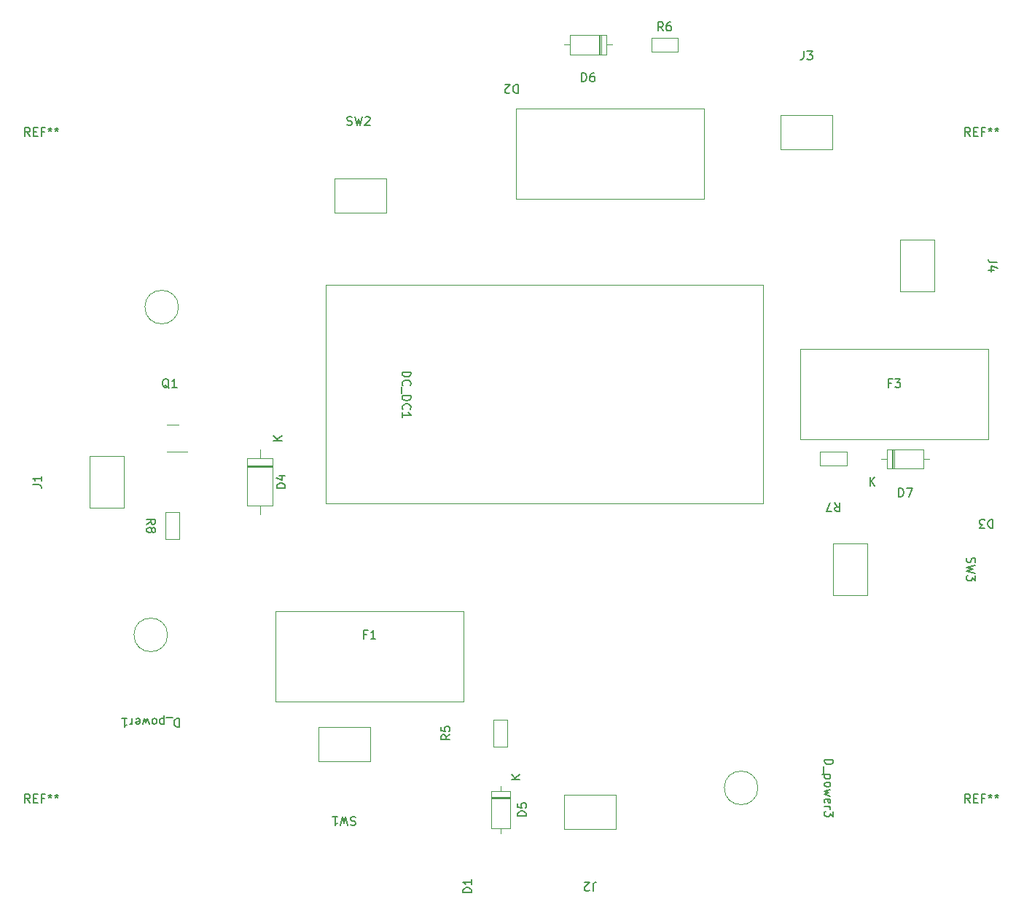
<source format=gbr>
%TF.GenerationSoftware,KiCad,Pcbnew,(6.0.0)*%
%TF.CreationDate,2023-03-29T15:00:35+03:00*%
%TF.ProjectId,shema,7368656d-612e-46b6-9963-61645f706362,rev?*%
%TF.SameCoordinates,Original*%
%TF.FileFunction,Legend,Top*%
%TF.FilePolarity,Positive*%
%FSLAX46Y46*%
G04 Gerber Fmt 4.6, Leading zero omitted, Abs format (unit mm)*
G04 Created by KiCad (PCBNEW (6.0.0)) date 2023-03-29 15:00:35*
%MOMM*%
%LPD*%
G01*
G04 APERTURE LIST*
%ADD10C,0.150000*%
%ADD11C,0.120000*%
G04 APERTURE END LIST*
D10*
%TO.C,SW2*%
X144716666Y-52474761D02*
X144859523Y-52522380D01*
X145097619Y-52522380D01*
X145192857Y-52474761D01*
X145240476Y-52427142D01*
X145288095Y-52331904D01*
X145288095Y-52236666D01*
X145240476Y-52141428D01*
X145192857Y-52093809D01*
X145097619Y-52046190D01*
X144907142Y-51998571D01*
X144811904Y-51950952D01*
X144764285Y-51903333D01*
X144716666Y-51808095D01*
X144716666Y-51712857D01*
X144764285Y-51617619D01*
X144811904Y-51570000D01*
X144907142Y-51522380D01*
X145145238Y-51522380D01*
X145288095Y-51570000D01*
X145621428Y-51522380D02*
X145859523Y-52522380D01*
X146050000Y-51808095D01*
X146240476Y-52522380D01*
X146478571Y-51522380D01*
X146811904Y-51617619D02*
X146859523Y-51570000D01*
X146954761Y-51522380D01*
X147192857Y-51522380D01*
X147288095Y-51570000D01*
X147335714Y-51617619D01*
X147383333Y-51712857D01*
X147383333Y-51808095D01*
X147335714Y-51950952D01*
X146764285Y-52522380D01*
X147383333Y-52522380D01*
%TO.C,F3*%
X207946666Y-82478571D02*
X207613333Y-82478571D01*
X207613333Y-83002380D02*
X207613333Y-82002380D01*
X208089523Y-82002380D01*
X208375238Y-82002380D02*
X208994285Y-82002380D01*
X208660952Y-82383333D01*
X208803809Y-82383333D01*
X208899047Y-82430952D01*
X208946666Y-82478571D01*
X208994285Y-82573809D01*
X208994285Y-82811904D01*
X208946666Y-82907142D01*
X208899047Y-82954761D01*
X208803809Y-83002380D01*
X208518095Y-83002380D01*
X208422857Y-82954761D01*
X208375238Y-82907142D01*
%TO.C,F1*%
X146986666Y-111688571D02*
X146653333Y-111688571D01*
X146653333Y-112212380D02*
X146653333Y-111212380D01*
X147129523Y-111212380D01*
X148034285Y-112212380D02*
X147462857Y-112212380D01*
X147748571Y-112212380D02*
X147748571Y-111212380D01*
X147653333Y-111355238D01*
X147558095Y-111450476D01*
X147462857Y-111498095D01*
%TO.C,R8*%
X121467619Y-98893333D02*
X121943809Y-98560000D01*
X121467619Y-98321904D02*
X122467619Y-98321904D01*
X122467619Y-98702857D01*
X122420000Y-98798095D01*
X122372380Y-98845714D01*
X122277142Y-98893333D01*
X122134285Y-98893333D01*
X122039047Y-98845714D01*
X121991428Y-98798095D01*
X121943809Y-98702857D01*
X121943809Y-98321904D01*
X122039047Y-99464761D02*
X122086666Y-99369523D01*
X122134285Y-99321904D01*
X122229523Y-99274285D01*
X122277142Y-99274285D01*
X122372380Y-99321904D01*
X122420000Y-99369523D01*
X122467619Y-99464761D01*
X122467619Y-99655238D01*
X122420000Y-99750476D01*
X122372380Y-99798095D01*
X122277142Y-99845714D01*
X122229523Y-99845714D01*
X122134285Y-99798095D01*
X122086666Y-99750476D01*
X122039047Y-99655238D01*
X122039047Y-99464761D01*
X121991428Y-99369523D01*
X121943809Y-99321904D01*
X121848571Y-99274285D01*
X121658095Y-99274285D01*
X121562857Y-99321904D01*
X121515238Y-99369523D01*
X121467619Y-99464761D01*
X121467619Y-99655238D01*
X121515238Y-99750476D01*
X121562857Y-99798095D01*
X121658095Y-99845714D01*
X121848571Y-99845714D01*
X121943809Y-99798095D01*
X121991428Y-99750476D01*
X122039047Y-99655238D01*
%TO.C,REF\u002A\u002A*%
X217106666Y-131262380D02*
X216773333Y-130786190D01*
X216535238Y-131262380D02*
X216535238Y-130262380D01*
X216916190Y-130262380D01*
X217011428Y-130310000D01*
X217059047Y-130357619D01*
X217106666Y-130452857D01*
X217106666Y-130595714D01*
X217059047Y-130690952D01*
X217011428Y-130738571D01*
X216916190Y-130786190D01*
X216535238Y-130786190D01*
X217535238Y-130738571D02*
X217868571Y-130738571D01*
X218011428Y-131262380D02*
X217535238Y-131262380D01*
X217535238Y-130262380D01*
X218011428Y-130262380D01*
X218773333Y-130738571D02*
X218440000Y-130738571D01*
X218440000Y-131262380D02*
X218440000Y-130262380D01*
X218916190Y-130262380D01*
X219440000Y-130262380D02*
X219440000Y-130500476D01*
X219201904Y-130405238D02*
X219440000Y-130500476D01*
X219678095Y-130405238D01*
X219297142Y-130690952D02*
X219440000Y-130500476D01*
X219582857Y-130690952D01*
X220201904Y-130262380D02*
X220201904Y-130500476D01*
X219963809Y-130405238D02*
X220201904Y-130500476D01*
X220440000Y-130405238D01*
X220059047Y-130690952D02*
X220201904Y-130500476D01*
X220344761Y-130690952D01*
X107886666Y-53792380D02*
X107553333Y-53316190D01*
X107315238Y-53792380D02*
X107315238Y-52792380D01*
X107696190Y-52792380D01*
X107791428Y-52840000D01*
X107839047Y-52887619D01*
X107886666Y-52982857D01*
X107886666Y-53125714D01*
X107839047Y-53220952D01*
X107791428Y-53268571D01*
X107696190Y-53316190D01*
X107315238Y-53316190D01*
X108315238Y-53268571D02*
X108648571Y-53268571D01*
X108791428Y-53792380D02*
X108315238Y-53792380D01*
X108315238Y-52792380D01*
X108791428Y-52792380D01*
X109553333Y-53268571D02*
X109220000Y-53268571D01*
X109220000Y-53792380D02*
X109220000Y-52792380D01*
X109696190Y-52792380D01*
X110220000Y-52792380D02*
X110220000Y-53030476D01*
X109981904Y-52935238D02*
X110220000Y-53030476D01*
X110458095Y-52935238D01*
X110077142Y-53220952D02*
X110220000Y-53030476D01*
X110362857Y-53220952D01*
X110981904Y-52792380D02*
X110981904Y-53030476D01*
X110743809Y-52935238D02*
X110981904Y-53030476D01*
X111220000Y-52935238D01*
X110839047Y-53220952D02*
X110981904Y-53030476D01*
X111124761Y-53220952D01*
X107886666Y-131262380D02*
X107553333Y-130786190D01*
X107315238Y-131262380D02*
X107315238Y-130262380D01*
X107696190Y-130262380D01*
X107791428Y-130310000D01*
X107839047Y-130357619D01*
X107886666Y-130452857D01*
X107886666Y-130595714D01*
X107839047Y-130690952D01*
X107791428Y-130738571D01*
X107696190Y-130786190D01*
X107315238Y-130786190D01*
X108315238Y-130738571D02*
X108648571Y-130738571D01*
X108791428Y-131262380D02*
X108315238Y-131262380D01*
X108315238Y-130262380D01*
X108791428Y-130262380D01*
X109553333Y-130738571D02*
X109220000Y-130738571D01*
X109220000Y-131262380D02*
X109220000Y-130262380D01*
X109696190Y-130262380D01*
X110220000Y-130262380D02*
X110220000Y-130500476D01*
X109981904Y-130405238D02*
X110220000Y-130500476D01*
X110458095Y-130405238D01*
X110077142Y-130690952D02*
X110220000Y-130500476D01*
X110362857Y-130690952D01*
X110981904Y-130262380D02*
X110981904Y-130500476D01*
X110743809Y-130405238D02*
X110981904Y-130500476D01*
X111220000Y-130405238D01*
X110839047Y-130690952D02*
X110981904Y-130500476D01*
X111124761Y-130690952D01*
X217106666Y-53792380D02*
X216773333Y-53316190D01*
X216535238Y-53792380D02*
X216535238Y-52792380D01*
X216916190Y-52792380D01*
X217011428Y-52840000D01*
X217059047Y-52887619D01*
X217106666Y-52982857D01*
X217106666Y-53125714D01*
X217059047Y-53220952D01*
X217011428Y-53268571D01*
X216916190Y-53316190D01*
X216535238Y-53316190D01*
X217535238Y-53268571D02*
X217868571Y-53268571D01*
X218011428Y-53792380D02*
X217535238Y-53792380D01*
X217535238Y-52792380D01*
X218011428Y-52792380D01*
X218773333Y-53268571D02*
X218440000Y-53268571D01*
X218440000Y-53792380D02*
X218440000Y-52792380D01*
X218916190Y-52792380D01*
X219440000Y-52792380D02*
X219440000Y-53030476D01*
X219201904Y-52935238D02*
X219440000Y-53030476D01*
X219678095Y-52935238D01*
X219297142Y-53220952D02*
X219440000Y-53030476D01*
X219582857Y-53220952D01*
X220201904Y-52792380D02*
X220201904Y-53030476D01*
X219963809Y-52935238D02*
X220201904Y-53030476D01*
X220440000Y-52935238D01*
X220059047Y-53220952D02*
X220201904Y-53030476D01*
X220344761Y-53220952D01*
%TO.C,SW3*%
X216765238Y-102806666D02*
X216717619Y-102949523D01*
X216717619Y-103187619D01*
X216765238Y-103282857D01*
X216812857Y-103330476D01*
X216908095Y-103378095D01*
X217003333Y-103378095D01*
X217098571Y-103330476D01*
X217146190Y-103282857D01*
X217193809Y-103187619D01*
X217241428Y-102997142D01*
X217289047Y-102901904D01*
X217336666Y-102854285D01*
X217431904Y-102806666D01*
X217527142Y-102806666D01*
X217622380Y-102854285D01*
X217670000Y-102901904D01*
X217717619Y-102997142D01*
X217717619Y-103235238D01*
X217670000Y-103378095D01*
X217717619Y-103711428D02*
X216717619Y-103949523D01*
X217431904Y-104140000D01*
X216717619Y-104330476D01*
X217717619Y-104568571D01*
X217717619Y-104854285D02*
X217717619Y-105473333D01*
X217336666Y-105140000D01*
X217336666Y-105282857D01*
X217289047Y-105378095D01*
X217241428Y-105425714D01*
X217146190Y-105473333D01*
X216908095Y-105473333D01*
X216812857Y-105425714D01*
X216765238Y-105378095D01*
X216717619Y-105282857D01*
X216717619Y-104997142D01*
X216765238Y-104901904D01*
X216812857Y-104854285D01*
%TO.C,R5*%
X156662380Y-123356666D02*
X156186190Y-123690000D01*
X156662380Y-123928095D02*
X155662380Y-123928095D01*
X155662380Y-123547142D01*
X155710000Y-123451904D01*
X155757619Y-123404285D01*
X155852857Y-123356666D01*
X155995714Y-123356666D01*
X156090952Y-123404285D01*
X156138571Y-123451904D01*
X156186190Y-123547142D01*
X156186190Y-123928095D01*
X155662380Y-122451904D02*
X155662380Y-122928095D01*
X156138571Y-122975714D01*
X156090952Y-122928095D01*
X156043333Y-122832857D01*
X156043333Y-122594761D01*
X156090952Y-122499523D01*
X156138571Y-122451904D01*
X156233809Y-122404285D01*
X156471904Y-122404285D01*
X156567142Y-122451904D01*
X156614761Y-122499523D01*
X156662380Y-122594761D01*
X156662380Y-122832857D01*
X156614761Y-122928095D01*
X156567142Y-122975714D01*
%TO.C,J1*%
X108212380Y-94313333D02*
X108926666Y-94313333D01*
X109069523Y-94360952D01*
X109164761Y-94456190D01*
X109212380Y-94599047D01*
X109212380Y-94694285D01*
X109212380Y-93313333D02*
X109212380Y-93884761D01*
X109212380Y-93599047D02*
X108212380Y-93599047D01*
X108355238Y-93694285D01*
X108450476Y-93789523D01*
X108498095Y-93884761D01*
%TO.C,Q1*%
X124039761Y-83097619D02*
X123944523Y-83050000D01*
X123849285Y-82954761D01*
X123706428Y-82811904D01*
X123611190Y-82764285D01*
X123515952Y-82764285D01*
X123563571Y-83002380D02*
X123468333Y-82954761D01*
X123373095Y-82859523D01*
X123325476Y-82669047D01*
X123325476Y-82335714D01*
X123373095Y-82145238D01*
X123468333Y-82050000D01*
X123563571Y-82002380D01*
X123754047Y-82002380D01*
X123849285Y-82050000D01*
X123944523Y-82145238D01*
X123992142Y-82335714D01*
X123992142Y-82669047D01*
X123944523Y-82859523D01*
X123849285Y-82954761D01*
X123754047Y-83002380D01*
X123563571Y-83002380D01*
X124944523Y-83002380D02*
X124373095Y-83002380D01*
X124658809Y-83002380D02*
X124658809Y-82002380D01*
X124563571Y-82145238D01*
X124468333Y-82240476D01*
X124373095Y-82288095D01*
%TO.C,R7*%
X201386666Y-96387619D02*
X201720000Y-96863809D01*
X201958095Y-96387619D02*
X201958095Y-97387619D01*
X201577142Y-97387619D01*
X201481904Y-97340000D01*
X201434285Y-97292380D01*
X201386666Y-97197142D01*
X201386666Y-97054285D01*
X201434285Y-96959047D01*
X201481904Y-96911428D01*
X201577142Y-96863809D01*
X201958095Y-96863809D01*
X201053333Y-97387619D02*
X200386666Y-97387619D01*
X200815238Y-96387619D01*
%TO.C,D_power3*%
X200207619Y-126254285D02*
X201207619Y-126254285D01*
X201207619Y-126492380D01*
X201160000Y-126635238D01*
X201064761Y-126730476D01*
X200969523Y-126778095D01*
X200779047Y-126825714D01*
X200636190Y-126825714D01*
X200445714Y-126778095D01*
X200350476Y-126730476D01*
X200255238Y-126635238D01*
X200207619Y-126492380D01*
X200207619Y-126254285D01*
X200112380Y-127016190D02*
X200112380Y-127778095D01*
X200874285Y-128016190D02*
X199874285Y-128016190D01*
X200826666Y-128016190D02*
X200874285Y-128111428D01*
X200874285Y-128301904D01*
X200826666Y-128397142D01*
X200779047Y-128444761D01*
X200683809Y-128492380D01*
X200398095Y-128492380D01*
X200302857Y-128444761D01*
X200255238Y-128397142D01*
X200207619Y-128301904D01*
X200207619Y-128111428D01*
X200255238Y-128016190D01*
X200207619Y-129063809D02*
X200255238Y-128968571D01*
X200302857Y-128920952D01*
X200398095Y-128873333D01*
X200683809Y-128873333D01*
X200779047Y-128920952D01*
X200826666Y-128968571D01*
X200874285Y-129063809D01*
X200874285Y-129206666D01*
X200826666Y-129301904D01*
X200779047Y-129349523D01*
X200683809Y-129397142D01*
X200398095Y-129397142D01*
X200302857Y-129349523D01*
X200255238Y-129301904D01*
X200207619Y-129206666D01*
X200207619Y-129063809D01*
X200874285Y-129730476D02*
X200207619Y-129920952D01*
X200683809Y-130111428D01*
X200207619Y-130301904D01*
X200874285Y-130492380D01*
X200255238Y-131254285D02*
X200207619Y-131159047D01*
X200207619Y-130968571D01*
X200255238Y-130873333D01*
X200350476Y-130825714D01*
X200731428Y-130825714D01*
X200826666Y-130873333D01*
X200874285Y-130968571D01*
X200874285Y-131159047D01*
X200826666Y-131254285D01*
X200731428Y-131301904D01*
X200636190Y-131301904D01*
X200540952Y-130825714D01*
X200207619Y-131730476D02*
X200874285Y-131730476D01*
X200683809Y-131730476D02*
X200779047Y-131778095D01*
X200826666Y-131825714D01*
X200874285Y-131920952D01*
X200874285Y-132016190D01*
X201207619Y-132254285D02*
X201207619Y-132873333D01*
X200826666Y-132540000D01*
X200826666Y-132682857D01*
X200779047Y-132778095D01*
X200731428Y-132825714D01*
X200636190Y-132873333D01*
X200398095Y-132873333D01*
X200302857Y-132825714D01*
X200255238Y-132778095D01*
X200207619Y-132682857D01*
X200207619Y-132397142D01*
X200255238Y-132301904D01*
X200302857Y-132254285D01*
%TO.C,D7*%
X208811904Y-95702380D02*
X208811904Y-94702380D01*
X209050000Y-94702380D01*
X209192857Y-94750000D01*
X209288095Y-94845238D01*
X209335714Y-94940476D01*
X209383333Y-95130952D01*
X209383333Y-95273809D01*
X209335714Y-95464285D01*
X209288095Y-95559523D01*
X209192857Y-95654761D01*
X209050000Y-95702380D01*
X208811904Y-95702380D01*
X209716666Y-94702380D02*
X210383333Y-94702380D01*
X209954761Y-95702380D01*
X205478095Y-94432380D02*
X205478095Y-93432380D01*
X206049523Y-94432380D02*
X205620952Y-93860952D01*
X206049523Y-93432380D02*
X205478095Y-94003809D01*
%TO.C,D_power1*%
X125205714Y-121467619D02*
X125205714Y-122467619D01*
X124967619Y-122467619D01*
X124824761Y-122420000D01*
X124729523Y-122324761D01*
X124681904Y-122229523D01*
X124634285Y-122039047D01*
X124634285Y-121896190D01*
X124681904Y-121705714D01*
X124729523Y-121610476D01*
X124824761Y-121515238D01*
X124967619Y-121467619D01*
X125205714Y-121467619D01*
X124443809Y-121372380D02*
X123681904Y-121372380D01*
X123443809Y-122134285D02*
X123443809Y-121134285D01*
X123443809Y-122086666D02*
X123348571Y-122134285D01*
X123158095Y-122134285D01*
X123062857Y-122086666D01*
X123015238Y-122039047D01*
X122967619Y-121943809D01*
X122967619Y-121658095D01*
X123015238Y-121562857D01*
X123062857Y-121515238D01*
X123158095Y-121467619D01*
X123348571Y-121467619D01*
X123443809Y-121515238D01*
X122396190Y-121467619D02*
X122491428Y-121515238D01*
X122539047Y-121562857D01*
X122586666Y-121658095D01*
X122586666Y-121943809D01*
X122539047Y-122039047D01*
X122491428Y-122086666D01*
X122396190Y-122134285D01*
X122253333Y-122134285D01*
X122158095Y-122086666D01*
X122110476Y-122039047D01*
X122062857Y-121943809D01*
X122062857Y-121658095D01*
X122110476Y-121562857D01*
X122158095Y-121515238D01*
X122253333Y-121467619D01*
X122396190Y-121467619D01*
X121729523Y-122134285D02*
X121539047Y-121467619D01*
X121348571Y-121943809D01*
X121158095Y-121467619D01*
X120967619Y-122134285D01*
X120205714Y-121515238D02*
X120300952Y-121467619D01*
X120491428Y-121467619D01*
X120586666Y-121515238D01*
X120634285Y-121610476D01*
X120634285Y-121991428D01*
X120586666Y-122086666D01*
X120491428Y-122134285D01*
X120300952Y-122134285D01*
X120205714Y-122086666D01*
X120158095Y-121991428D01*
X120158095Y-121896190D01*
X120634285Y-121800952D01*
X119729523Y-121467619D02*
X119729523Y-122134285D01*
X119729523Y-121943809D02*
X119681904Y-122039047D01*
X119634285Y-122086666D01*
X119539047Y-122134285D01*
X119443809Y-122134285D01*
X118586666Y-121467619D02*
X119158095Y-121467619D01*
X118872380Y-121467619D02*
X118872380Y-122467619D01*
X118967619Y-122324761D01*
X119062857Y-122229523D01*
X119158095Y-122181904D01*
%TO.C,J3*%
X197786664Y-43902380D02*
X197786664Y-44616666D01*
X197739045Y-44759523D01*
X197643807Y-44854761D01*
X197500950Y-44902380D01*
X197405712Y-44902380D01*
X198167617Y-43902380D02*
X198786664Y-43902380D01*
X198453331Y-44283333D01*
X198596188Y-44283333D01*
X198691426Y-44330952D01*
X198739045Y-44378571D01*
X198786664Y-44473809D01*
X198786664Y-44711904D01*
X198739045Y-44807142D01*
X198691426Y-44854761D01*
X198596188Y-44902380D01*
X198310474Y-44902380D01*
X198215236Y-44854761D01*
X198167617Y-44807142D01*
%TO.C,D5*%
X165552380Y-132818095D02*
X164552380Y-132818095D01*
X164552380Y-132580000D01*
X164600000Y-132437142D01*
X164695238Y-132341904D01*
X164790476Y-132294285D01*
X164980952Y-132246666D01*
X165123809Y-132246666D01*
X165314285Y-132294285D01*
X165409523Y-132341904D01*
X165504761Y-132437142D01*
X165552380Y-132580000D01*
X165552380Y-132818095D01*
X164552380Y-131341904D02*
X164552380Y-131818095D01*
X165028571Y-131865714D01*
X164980952Y-131818095D01*
X164933333Y-131722857D01*
X164933333Y-131484761D01*
X164980952Y-131389523D01*
X165028571Y-131341904D01*
X165123809Y-131294285D01*
X165361904Y-131294285D01*
X165457142Y-131341904D01*
X165504761Y-131389523D01*
X165552380Y-131484761D01*
X165552380Y-131722857D01*
X165504761Y-131818095D01*
X165457142Y-131865714D01*
X164812380Y-128531904D02*
X163812380Y-128531904D01*
X164812380Y-127960476D02*
X164240952Y-128389047D01*
X163812380Y-127960476D02*
X164383809Y-128531904D01*
%TO.C,J4*%
X220257619Y-68486666D02*
X219543333Y-68486666D01*
X219400476Y-68439047D01*
X219305238Y-68343809D01*
X219257619Y-68200952D01*
X219257619Y-68105714D01*
X219924285Y-69391428D02*
X219257619Y-69391428D01*
X220305238Y-69153333D02*
X219590952Y-68915238D01*
X219590952Y-69534285D01*
%TO.C,J2*%
X173293333Y-141517619D02*
X173293333Y-140803333D01*
X173340952Y-140660476D01*
X173436190Y-140565238D01*
X173579047Y-140517619D01*
X173674285Y-140517619D01*
X172864761Y-141422380D02*
X172817142Y-141470000D01*
X172721904Y-141517619D01*
X172483809Y-141517619D01*
X172388571Y-141470000D01*
X172340952Y-141422380D01*
X172293333Y-141327142D01*
X172293333Y-141231904D01*
X172340952Y-141089047D01*
X172912380Y-140517619D01*
X172293333Y-140517619D01*
%TO.C,SW1*%
X145713333Y-132945238D02*
X145570476Y-132897619D01*
X145332380Y-132897619D01*
X145237142Y-132945238D01*
X145189523Y-132992857D01*
X145141904Y-133088095D01*
X145141904Y-133183333D01*
X145189523Y-133278571D01*
X145237142Y-133326190D01*
X145332380Y-133373809D01*
X145522857Y-133421428D01*
X145618095Y-133469047D01*
X145665714Y-133516666D01*
X145713333Y-133611904D01*
X145713333Y-133707142D01*
X145665714Y-133802380D01*
X145618095Y-133850000D01*
X145522857Y-133897619D01*
X145284761Y-133897619D01*
X145141904Y-133850000D01*
X144808571Y-133897619D02*
X144570476Y-132897619D01*
X144380000Y-133611904D01*
X144189523Y-132897619D01*
X143951428Y-133897619D01*
X143046666Y-132897619D02*
X143618095Y-132897619D01*
X143332380Y-132897619D02*
X143332380Y-133897619D01*
X143427619Y-133754761D01*
X143522857Y-133659523D01*
X143618095Y-133611904D01*
%TO.C,D1*%
X159202380Y-141708095D02*
X158202380Y-141708095D01*
X158202380Y-141470000D01*
X158250000Y-141327142D01*
X158345238Y-141231904D01*
X158440476Y-141184285D01*
X158630952Y-141136666D01*
X158773809Y-141136666D01*
X158964285Y-141184285D01*
X159059523Y-141231904D01*
X159154761Y-141327142D01*
X159202380Y-141470000D01*
X159202380Y-141708095D01*
X159202380Y-140184285D02*
X159202380Y-140755714D01*
X159202380Y-140470000D02*
X158202380Y-140470000D01*
X158345238Y-140565238D01*
X158440476Y-140660476D01*
X158488095Y-140755714D01*
%TO.C,DC_DC1*%
X151137619Y-81200952D02*
X152137619Y-81200952D01*
X152137619Y-81439047D01*
X152090000Y-81581904D01*
X151994761Y-81677142D01*
X151899523Y-81724761D01*
X151709047Y-81772380D01*
X151566190Y-81772380D01*
X151375714Y-81724761D01*
X151280476Y-81677142D01*
X151185238Y-81581904D01*
X151137619Y-81439047D01*
X151137619Y-81200952D01*
X151232857Y-82772380D02*
X151185238Y-82724761D01*
X151137619Y-82581904D01*
X151137619Y-82486666D01*
X151185238Y-82343809D01*
X151280476Y-82248571D01*
X151375714Y-82200952D01*
X151566190Y-82153333D01*
X151709047Y-82153333D01*
X151899523Y-82200952D01*
X151994761Y-82248571D01*
X152090000Y-82343809D01*
X152137619Y-82486666D01*
X152137619Y-82581904D01*
X152090000Y-82724761D01*
X152042380Y-82772380D01*
X151042380Y-82962857D02*
X151042380Y-83724761D01*
X151137619Y-83962857D02*
X152137619Y-83962857D01*
X152137619Y-84200952D01*
X152090000Y-84343809D01*
X151994761Y-84439047D01*
X151899523Y-84486666D01*
X151709047Y-84534285D01*
X151566190Y-84534285D01*
X151375714Y-84486666D01*
X151280476Y-84439047D01*
X151185238Y-84343809D01*
X151137619Y-84200952D01*
X151137619Y-83962857D01*
X151232857Y-85534285D02*
X151185238Y-85486666D01*
X151137619Y-85343809D01*
X151137619Y-85248571D01*
X151185238Y-85105714D01*
X151280476Y-85010476D01*
X151375714Y-84962857D01*
X151566190Y-84915238D01*
X151709047Y-84915238D01*
X151899523Y-84962857D01*
X151994761Y-85010476D01*
X152090000Y-85105714D01*
X152137619Y-85248571D01*
X152137619Y-85343809D01*
X152090000Y-85486666D01*
X152042380Y-85534285D01*
X151137619Y-86486666D02*
X151137619Y-85915238D01*
X151137619Y-86200952D02*
X152137619Y-86200952D01*
X151994761Y-86105714D01*
X151899523Y-86010476D01*
X151851904Y-85915238D01*
%TO.C,R6*%
X181443333Y-41552380D02*
X181110000Y-41076190D01*
X180871904Y-41552380D02*
X180871904Y-40552380D01*
X181252857Y-40552380D01*
X181348095Y-40600000D01*
X181395714Y-40647619D01*
X181443333Y-40742857D01*
X181443333Y-40885714D01*
X181395714Y-40980952D01*
X181348095Y-41028571D01*
X181252857Y-41076190D01*
X180871904Y-41076190D01*
X182300476Y-40552380D02*
X182110000Y-40552380D01*
X182014761Y-40600000D01*
X181967142Y-40647619D01*
X181871904Y-40790476D01*
X181824285Y-40980952D01*
X181824285Y-41361904D01*
X181871904Y-41457142D01*
X181919523Y-41504761D01*
X182014761Y-41552380D01*
X182205238Y-41552380D01*
X182300476Y-41504761D01*
X182348095Y-41457142D01*
X182395714Y-41361904D01*
X182395714Y-41123809D01*
X182348095Y-41028571D01*
X182300476Y-40980952D01*
X182205238Y-40933333D01*
X182014761Y-40933333D01*
X181919523Y-40980952D01*
X181871904Y-41028571D01*
X181824285Y-41123809D01*
%TO.C,D6*%
X171981904Y-47442380D02*
X171981904Y-46442380D01*
X172220000Y-46442380D01*
X172362857Y-46490000D01*
X172458095Y-46585238D01*
X172505714Y-46680476D01*
X172553333Y-46870952D01*
X172553333Y-47013809D01*
X172505714Y-47204285D01*
X172458095Y-47299523D01*
X172362857Y-47394761D01*
X172220000Y-47442380D01*
X171981904Y-47442380D01*
X173410476Y-46442380D02*
X173220000Y-46442380D01*
X173124761Y-46490000D01*
X173077142Y-46537619D01*
X172981904Y-46680476D01*
X172934285Y-46870952D01*
X172934285Y-47251904D01*
X172981904Y-47347142D01*
X173029523Y-47394761D01*
X173124761Y-47442380D01*
X173315238Y-47442380D01*
X173410476Y-47394761D01*
X173458095Y-47347142D01*
X173505714Y-47251904D01*
X173505714Y-47013809D01*
X173458095Y-46918571D01*
X173410476Y-46870952D01*
X173315238Y-46823333D01*
X173124761Y-46823333D01*
X173029523Y-46870952D01*
X172981904Y-46918571D01*
X172934285Y-47013809D01*
%TO.C,D4*%
X137542380Y-94718095D02*
X136542380Y-94718095D01*
X136542380Y-94480000D01*
X136590000Y-94337142D01*
X136685238Y-94241904D01*
X136780476Y-94194285D01*
X136970952Y-94146666D01*
X137113809Y-94146666D01*
X137304285Y-94194285D01*
X137399523Y-94241904D01*
X137494761Y-94337142D01*
X137542380Y-94480000D01*
X137542380Y-94718095D01*
X136875714Y-93289523D02*
X137542380Y-93289523D01*
X136494761Y-93527619D02*
X137209047Y-93765714D01*
X137209047Y-93146666D01*
X137172380Y-89161904D02*
X136172380Y-89161904D01*
X137172380Y-88590476D02*
X136600952Y-89019047D01*
X136172380Y-88590476D02*
X136743809Y-89161904D01*
%TO.C,D2*%
X164568095Y-47807619D02*
X164568095Y-48807619D01*
X164330000Y-48807619D01*
X164187142Y-48760000D01*
X164091904Y-48664761D01*
X164044285Y-48569523D01*
X163996666Y-48379047D01*
X163996666Y-48236190D01*
X164044285Y-48045714D01*
X164091904Y-47950476D01*
X164187142Y-47855238D01*
X164330000Y-47807619D01*
X164568095Y-47807619D01*
X163615714Y-48712380D02*
X163568095Y-48760000D01*
X163472857Y-48807619D01*
X163234761Y-48807619D01*
X163139523Y-48760000D01*
X163091904Y-48712380D01*
X163044285Y-48617142D01*
X163044285Y-48521904D01*
X163091904Y-48379047D01*
X163663333Y-47807619D01*
X163044285Y-47807619D01*
%TO.C,D3*%
X219738095Y-98347619D02*
X219738095Y-99347619D01*
X219500000Y-99347619D01*
X219357142Y-99300000D01*
X219261904Y-99204761D01*
X219214285Y-99109523D01*
X219166666Y-98919047D01*
X219166666Y-98776190D01*
X219214285Y-98585714D01*
X219261904Y-98490476D01*
X219357142Y-98395238D01*
X219500000Y-98347619D01*
X219738095Y-98347619D01*
X218833333Y-99347619D02*
X218214285Y-99347619D01*
X218547619Y-98966666D01*
X218404761Y-98966666D01*
X218309523Y-98919047D01*
X218261904Y-98871428D01*
X218214285Y-98776190D01*
X218214285Y-98538095D01*
X218261904Y-98442857D01*
X218309523Y-98395238D01*
X218404761Y-98347619D01*
X218690476Y-98347619D01*
X218785714Y-98395238D01*
X218833333Y-98442857D01*
D11*
%TO.C,SW2*%
X143271428Y-58720000D02*
X149271428Y-58720000D01*
X149271428Y-58720000D02*
X149271428Y-62720000D01*
X149271428Y-62720000D02*
X143271428Y-62720000D01*
X143271428Y-62720000D02*
X143271428Y-58720000D01*
%TO.C,F3*%
X219230000Y-89070000D02*
X197330000Y-89070000D01*
X197330000Y-89070000D02*
X197330000Y-78570000D01*
X197330000Y-78570000D02*
X219230000Y-78570000D01*
X219230000Y-78570000D02*
X219230000Y-89070000D01*
%TO.C,F2*%
X164310000Y-50630000D02*
X186210000Y-50630000D01*
X186210000Y-50630000D02*
X186210000Y-61130000D01*
X186210000Y-61130000D02*
X164310000Y-61130000D01*
X164310000Y-61130000D02*
X164310000Y-50630000D01*
%TO.C,F1*%
X136370000Y-109050000D02*
X158270000Y-109050000D01*
X158270000Y-109050000D02*
X158270000Y-119550000D01*
X158270000Y-119550000D02*
X136370000Y-119550000D01*
X136370000Y-119550000D02*
X136370000Y-109050000D01*
%TO.C,R8*%
X125260000Y-97510000D02*
X123660000Y-97510000D01*
X123660000Y-97510000D02*
X123660000Y-100610000D01*
X123660000Y-100610000D02*
X125260000Y-100610000D01*
X125260000Y-100610000D02*
X125260000Y-97510000D01*
%TO.C,SW3*%
X201200000Y-107140000D02*
X205200000Y-107140000D01*
X205200000Y-107140000D02*
X205200000Y-101140000D01*
X205200000Y-101140000D02*
X201200000Y-101140000D01*
X201200000Y-101140000D02*
X201200000Y-107140000D01*
%TO.C,R5*%
X161760000Y-124740000D02*
X163360000Y-124740000D01*
X163360000Y-124740000D02*
X163360000Y-121640000D01*
X163360000Y-121640000D02*
X161760000Y-121640000D01*
X161760000Y-121640000D02*
X161760000Y-124740000D01*
%TO.C,J1*%
X114840000Y-96980000D02*
X118840000Y-96980000D01*
X118840000Y-96980000D02*
X118840000Y-90980000D01*
X118840000Y-90980000D02*
X114840000Y-90980000D01*
X114840000Y-90980000D02*
X114840000Y-96980000D01*
%TO.C,Q1*%
X124460000Y-87340000D02*
X123810000Y-87340000D01*
X124460000Y-90460000D02*
X123810000Y-90460000D01*
X124460000Y-87340000D02*
X125110000Y-87340000D01*
X124460000Y-90460000D02*
X126135000Y-90460000D01*
%TO.C,R7*%
X202770000Y-92100000D02*
X199670000Y-92100000D01*
X199670000Y-92100000D02*
X199670000Y-90500000D01*
X199670000Y-90500000D02*
X202770000Y-90500000D01*
X202770000Y-90500000D02*
X202770000Y-92100000D01*
%TO.C,D_power3*%
X192450000Y-129540000D02*
G75*
G03*
X192450000Y-129540000I-1950000J0D01*
G01*
%TO.C,D7*%
X211670000Y-90180000D02*
X207430000Y-90180000D01*
X207430000Y-92420000D02*
X211670000Y-92420000D01*
X208030000Y-90180000D02*
X208030000Y-92420000D01*
X212320000Y-91300000D02*
X211670000Y-91300000D01*
X207430000Y-90180000D02*
X207430000Y-92420000D01*
X208270000Y-90180000D02*
X208270000Y-92420000D01*
X206780000Y-91300000D02*
X207430000Y-91300000D01*
X211670000Y-92420000D02*
X211670000Y-90180000D01*
X208150000Y-90180000D02*
X208150000Y-92420000D01*
%TO.C,D_power1*%
X123870000Y-111760000D02*
G75*
G03*
X123870000Y-111760000I-1950000J0D01*
G01*
%TO.C,J3*%
X195120000Y-51340000D02*
X201120000Y-51340000D01*
X201120000Y-51340000D02*
X201120000Y-55340000D01*
X201120000Y-55340000D02*
X195120000Y-55340000D01*
X195120000Y-55340000D02*
X195120000Y-51340000D01*
%TO.C,D5*%
X162560000Y-129310000D02*
X162560000Y-129960000D01*
X163680000Y-130800000D02*
X161440000Y-130800000D01*
X163680000Y-130560000D02*
X161440000Y-130560000D01*
X161440000Y-134200000D02*
X163680000Y-134200000D01*
X161440000Y-129960000D02*
X161440000Y-134200000D01*
X163680000Y-130680000D02*
X161440000Y-130680000D01*
X163680000Y-129960000D02*
X161440000Y-129960000D01*
X162560000Y-134850000D02*
X162560000Y-134200000D01*
X163680000Y-134200000D02*
X163680000Y-129960000D01*
%TO.C,J4*%
X208940000Y-71820000D02*
X212940000Y-71820000D01*
X212940000Y-71820000D02*
X212940000Y-65820000D01*
X212940000Y-65820000D02*
X208940000Y-65820000D01*
X208940000Y-65820000D02*
X208940000Y-71820000D01*
%TO.C,J2*%
X169960000Y-130320000D02*
X175960000Y-130320000D01*
X175960000Y-130320000D02*
X175960000Y-134320000D01*
X175960000Y-134320000D02*
X169960000Y-134320000D01*
X169960000Y-134320000D02*
X169960000Y-130320000D01*
%TO.C,SW1*%
X141380000Y-122460000D02*
X147380000Y-122460000D01*
X147380000Y-122460000D02*
X147380000Y-126460000D01*
X147380000Y-126460000D02*
X141380000Y-126460000D01*
X141380000Y-126460000D02*
X141380000Y-122460000D01*
%TO.C,DC_DC1*%
X193040000Y-96520000D02*
X142240000Y-96520000D01*
X193040000Y-96520000D02*
X193040000Y-71120000D01*
X142240000Y-96520000D02*
X142240000Y-71120000D01*
X193040000Y-71120000D02*
X142240000Y-71120000D01*
%TO.C,R6*%
X180060000Y-42380000D02*
X183160000Y-42380000D01*
X183160000Y-42380000D02*
X183160000Y-43980000D01*
X183160000Y-43980000D02*
X180060000Y-43980000D01*
X180060000Y-43980000D02*
X180060000Y-42380000D01*
%TO.C,D6*%
X174840000Y-42060000D02*
X170600000Y-42060000D01*
X170600000Y-42060000D02*
X170600000Y-44300000D01*
X169950000Y-43180000D02*
X170600000Y-43180000D01*
X175490000Y-43180000D02*
X174840000Y-43180000D01*
X174840000Y-44300000D02*
X174840000Y-42060000D01*
X174000000Y-44300000D02*
X174000000Y-42060000D01*
X170600000Y-44300000D02*
X174840000Y-44300000D01*
X174240000Y-44300000D02*
X174240000Y-42060000D01*
X174120000Y-44300000D02*
X174120000Y-42060000D01*
%TO.C,D4*%
X136090000Y-92280000D02*
X133150000Y-92280000D01*
X134620000Y-97720000D02*
X134620000Y-96700000D01*
X136090000Y-92040000D02*
X133150000Y-92040000D01*
X133150000Y-91260000D02*
X133150000Y-96700000D01*
X134620000Y-90240000D02*
X134620000Y-91260000D01*
X136090000Y-92160000D02*
X133150000Y-92160000D01*
X136090000Y-96700000D02*
X136090000Y-91260000D01*
X136090000Y-91260000D02*
X133150000Y-91260000D01*
X133150000Y-96700000D02*
X136090000Y-96700000D01*
%TO.C,D_power2*%
X125140000Y-73660000D02*
G75*
G03*
X125140000Y-73660000I-1950000J0D01*
G01*
%TD*%
M02*

</source>
